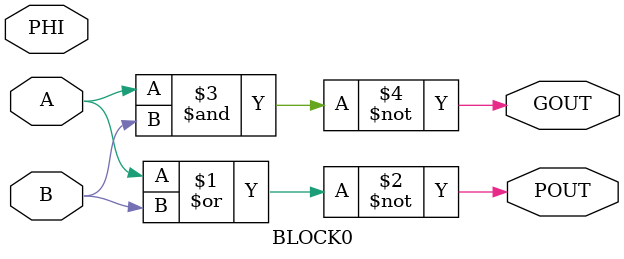
<source format=v>
module BLOCK0 ( A, B, PHI, POUT, GOUT );
input  A;
input  B;
input  PHI;
output POUT;
output GOUT;
   assign POUT =  ~ (A | B);
   assign GOUT =  ~ (A & B);
endmodule
</source>
